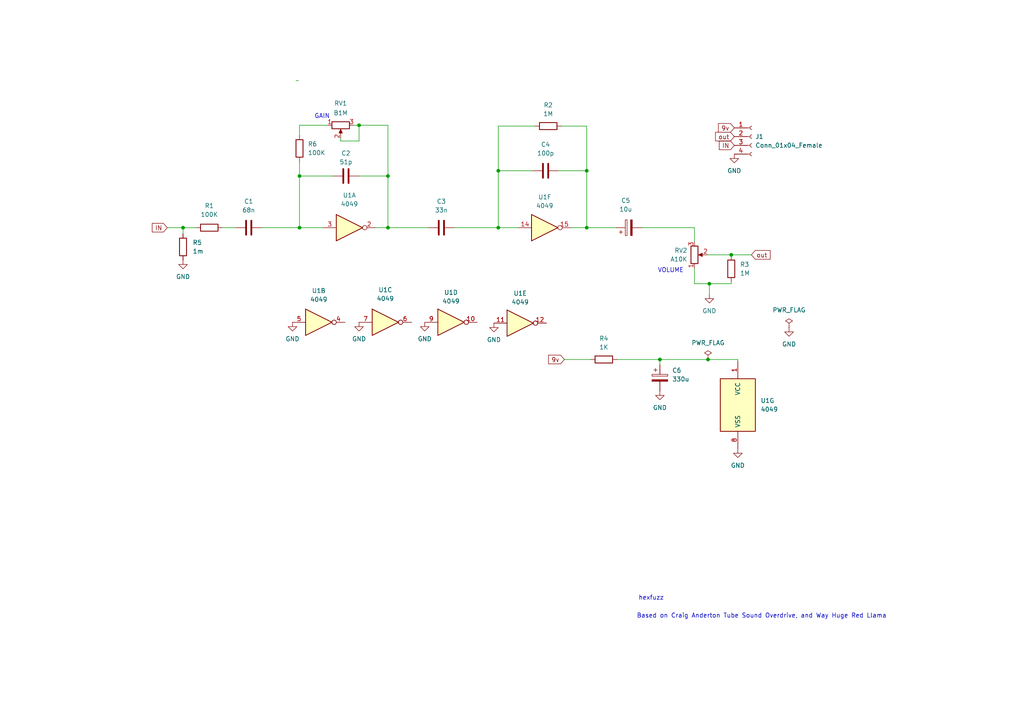
<source format=kicad_sch>
(kicad_sch (version 20230121) (generator eeschema)
  (paper "A4")
  (lib_symbols
    (symbol "4xxx:4049" (pin_names (offset 1.016))
      (property "Reference" "U" (at 0 1.27 0))
      (property "Value" "4049" (at 0 -1.27 0))
      (symbol "4049_1_0"
        (polyline (pts (xy -3.81 3.81) (xy -3.81 -3.81) (xy 3.81 0) (xy -3.81 3.81)) (stroke (width 0.254)) (fill (type background)))
        (pin output inverted (at 7.62 0 180) (length 3.81) (name "~") (number "2"))
        (pin input line (at -7.62 0 0) (length 3.81) (name "~") (number "3"))
      )
      (symbol "4049_2_0"
        (polyline (pts (xy -3.81 3.81) (xy -3.81 -3.81) (xy 3.81 0) (xy -3.81 3.81)) (stroke (width 0.254)) (fill (type background)))
        (pin output inverted (at 7.62 0 180) (length 3.81) (name "~") (number "4"))
        (pin input line (at -7.62 0 0) (length 3.81) (name "~") (number "5"))
      )
      (symbol "4049_3_0"
        (polyline (pts (xy -3.81 3.81) (xy -3.81 -3.81) (xy 3.81 0) (xy -3.81 3.81)) (stroke (width 0.254)) (fill (type background)))
        (pin output inverted (at 7.62 0 180) (length 3.81) (name "~") (number "6"))
        (pin input line (at -7.62 0 0) (length 3.81) (name "~") (number "7"))
      )
      (symbol "4049_4_0"
        (polyline (pts (xy -3.81 3.81) (xy -3.81 -3.81) (xy 3.81 0) (xy -3.81 3.81)) (stroke (width 0.254)) (fill (type background)))
        (pin output inverted (at 7.62 0 180) (length 3.81) (name "~") (number "10"))
        (pin input line (at -7.62 0 0) (length 3.81) (name "~") (number "9"))
      )
      (symbol "4049_5_0"
        (polyline (pts (xy -3.81 3.81) (xy -3.81 -3.81) (xy 3.81 0) (xy -3.81 3.81)) (stroke (width 0.254)) (fill (type background)))
        (pin input line (at -7.62 0 0) (length 3.81) (name "~") (number "11"))
        (pin output inverted (at 7.62 0 180) (length 3.81) (name "~") (number "12"))
      )
      (symbol "4049_6_0"
        (polyline (pts (xy -3.81 3.81) (xy -3.81 -3.81) (xy 3.81 0) (xy -3.81 3.81)) (stroke (width 0.254)) (fill (type background)))
        (pin input line (at -7.62 0 0) (length 3.81) (name "~") (number "14"))
        (pin output inverted (at 7.62 0 180) (length 3.81) (name "~") (number "15"))
      )
      (symbol "4049_7_0"
        (pin power_in line (at 0 12.7 270) (length 5.08) (name "VCC") (number "1"))
        (pin power_in line (at 0 -12.7 90) (length 5.08) (name "VSS") (number "8"))
      )
      (symbol "4049_7_1"
        (rectangle (start -5.08 7.62) (end 5.08 -7.62) (stroke (width 0.254)) (fill (type background)))
      )
    )
    (symbol "Connector:Conn_01x04_Female" (pin_names (offset 1.016) hide)
      (property "Reference" "J" (at 0 5.08 0))
      (property "Value" "Conn_01x04_Female" (at 0 -7.62 0))
      (symbol "Conn_01x04_Female_1_1"
        (arc (start 0 -4.572) (mid -0.5058 -5.08) (end 0 -5.588) (stroke (width 0.1524)))
        (arc (start 0 -2.032) (mid -0.5058 -2.54) (end 0 -3.048) (stroke (width 0.1524)))
        (polyline (pts (xy -1.27 -5.08) (xy -0.508 -5.08)) (stroke (width 0.1524)))
        (polyline (pts (xy -1.27 -2.54) (xy -0.508 -2.54)) (stroke (width 0.1524)))
        (polyline (pts (xy -1.27 0) (xy -0.508 0)) (stroke (width 0.1524)))
        (polyline (pts (xy -1.27 2.54) (xy -0.508 2.54)) (stroke (width 0.1524)))
        (arc (start 0 0.508) (mid -0.5058 0) (end 0 -0.508) (stroke (width 0.1524)))
        (arc (start 0 3.048) (mid -0.5058 2.54) (end 0 2.032) (stroke (width 0.1524)))
        (pin passive line (at -5.08 2.54 0) (length 3.81) (name "Pin_1") (number "1"))
        (pin passive line (at -5.08 0 0) (length 3.81) (name "Pin_2") (number "2"))
        (pin passive line (at -5.08 -2.54 0) (length 3.81) (name "Pin_3") (number "3"))
        (pin passive line (at -5.08 -5.08 0) (length 3.81) (name "Pin_4") (number "4"))
      )
    )
    (symbol "Device:C" (pin_numbers hide) (pin_names (offset 0.254))
      (property "Reference" "C" (at 0.635 2.54 0))
      (property "Value" "C" (at 0.635 -2.54 0))
      (symbol "C_0_1"
        (polyline (pts (xy -2.032 -0.762) (xy 2.032 -0.762)) (stroke (width 0.508)))
        (polyline (pts (xy -2.032 0.762) (xy 2.032 0.762)) (stroke (width 0.508)))
      )
      (symbol "C_1_1"
        (pin passive line (at 0 3.81 270) (length 2.794) (name "~") (number "1"))
        (pin passive line (at 0 -3.81 90) (length 2.794) (name "~") (number "2"))
      )
    )
    (symbol "Device:C_Polarized" (pin_numbers hide) (pin_names (offset 0.254))
      (property "Reference" "C" (at 0.635 2.54 0))
      (property "Value" "C_Polarized" (at 0.635 -2.54 0))
      (symbol "C_Polarized_0_1"
        (rectangle (start -2.286 0.508) (end 2.286 1.016))
        (polyline (pts (xy -1.778 2.286) (xy -0.762 2.286)))
        (polyline (pts (xy -1.27 2.794) (xy -1.27 1.778)))
        (rectangle (start 2.286 -0.508) (end -2.286 -1.016) (fill (type outline)))
      )
      (symbol "C_Polarized_1_1"
        (pin passive line (at 0 3.81 270) (length 2.794) (name "~") (number "1"))
        (pin passive line (at 0 -3.81 90) (length 2.794) (name "~") (number "2"))
      )
    )
    (symbol "Device:R" (pin_numbers hide) (pin_names (offset 0))
      (property "Reference" "R" (at 2.032 0 90))
      (property "Value" "R" (at 0 0 90))
      (symbol "R_0_1"
        (rectangle (start -1.016 -2.54) (end 1.016 2.54) (stroke (width 0.254)))
      )
      (symbol "R_1_1"
        (pin passive line (at 0 3.81 270) (length 1.27) (name "~") (number "1"))
        (pin passive line (at 0 -3.81 90) (length 1.27) (name "~") (number "2"))
      )
    )
    (symbol "Device:R_Potentiometer" (pin_names (offset 1.016) hide)
      (property "Reference" "RV" (at -4.445 0 90))
      (property "Value" "R_Potentiometer" (at -2.54 0 90))
      (symbol "R_Potentiometer_0_1"
        (polyline (pts (xy 2.54 0) (xy 1.524 0)))
        (polyline (pts (xy 1.143 0) (xy 2.286 0.508) (xy 2.286 -0.508) (xy 1.143 0)) (fill (type outline)))
        (rectangle (start 1.016 2.54) (end -1.016 -2.54) (stroke (width 0.254)))
      )
      (symbol "R_Potentiometer_1_1"
        (pin passive line (at 0 3.81 270) (length 1.27) (name "1") (number "1"))
        (pin passive line (at 3.81 0 180) (length 1.27) (name "2") (number "2"))
        (pin passive line (at 0 -3.81 90) (length 1.27) (name "3") (number "3"))
      )
    )
    (symbol "power:GND" (power) (pin_names (offset 0))
      (property "Value" "GND" (at 0 -3.81 0))
      (symbol "GND_0_1"
        (polyline (pts (xy 0 0) (xy 0 -1.27) (xy 1.27 -1.27) (xy 0 -2.54) (xy -1.27 -1.27) (xy 0 -1.27)))
      )
      (symbol "GND_1_1"
        (pin power_in line (at 0 0 270) (length 0) hide (name "GND") (number "1"))
      )
    )
    (symbol "power:PWR_FLAG" (power) (pin_numbers hide) (pin_names (offset 0) hide)
      (property "Value" "PWR_FLAG" (at 0 3.81 0))
      (symbol "PWR_FLAG_0_0"
        (pin power_out line (at 0 0 90) (length 0) (name "pwr") (number "1"))
      )
      (symbol "PWR_FLAG_0_1"
        (polyline (pts (xy 0 0) (xy 0 1.27) (xy -1.016 1.905) (xy 0 2.54) (xy 1.016 1.905) (xy 0 1.27)))
      )
    )
  )
  (junction (at 170.18 66.04))
  (junction (at 191.389 104.267))
  (junction (at 205.74 82.296))
  (junction (at 112.522 66.04))
  (junction (at 170.18 49.53))
  (junction (at 212.09 73.914))
  (junction (at 53.086 66.04))
  (junction (at 144.526 49.53))
  (junction (at 86.868 66.04))
  (junction (at 104.14 36.322))
  (junction (at 86.868 51.054))
  (junction (at 205.359 104.267))
  (junction (at 112.522 51.054))
  (junction (at 144.526 66.04))
  (wire (pts (xy 112.522 66.04) (xy 124.206 66.04)))
  (wire (pts (xy 205.232 73.914) (xy 212.09 73.914)))
  (wire (pts (xy 170.18 36.576) (xy 162.814 36.576)))
  (wire (pts (xy 131.826 66.04) (xy 144.526 66.04)))
  (wire (pts (xy 170.18 66.04) (xy 178.562 66.04)))
  (wire (pts (xy 96.52 51.054) (xy 86.868 51.054)))
  (wire (pts (xy 86.868 51.054) (xy 86.868 46.863)))
  (wire (pts (xy 212.09 82.296) (xy 205.74 82.296)))
  (wire (pts (xy 191.389 104.267) (xy 191.389 105.791)))
  (wire (pts (xy 85.852 23.368) (xy 86.614 23.368)))
  (wire (pts (xy 170.18 49.53) (xy 162.052 49.53)))
  (wire (pts (xy 64.516 66.04) (xy 68.326 66.04)))
  (wire (pts (xy 48.514 66.04) (xy 53.086 66.04)))
  (wire (pts (xy 170.18 49.53) (xy 170.18 36.576)))
  (wire (pts (xy 102.616 36.322) (xy 104.14 36.322)))
  (wire (pts (xy 86.868 66.04) (xy 93.726 66.04)))
  (wire (pts (xy 191.389 104.267) (xy 205.359 104.267)))
  (wire (pts (xy 112.522 66.04) (xy 112.522 51.054)))
  (wire (pts (xy 112.522 51.054) (xy 104.14 51.054)))
  (wire (pts (xy 205.74 82.296) (xy 205.74 85.344)))
  (wire (pts (xy 163.703 104.267) (xy 171.323 104.267)))
  (wire (pts (xy 201.422 82.296) (xy 205.74 82.296)))
  (wire (pts (xy 75.946 66.04) (xy 86.868 66.04)))
  (wire (pts (xy 144.526 49.53) (xy 144.526 66.04)))
  (wire (pts (xy 170.18 66.04) (xy 170.18 49.53)))
  (wire (pts (xy 201.422 70.104) (xy 201.422 66.04)))
  (wire (pts (xy 53.086 66.04) (xy 53.086 67.818)))
  (wire (pts (xy 104.14 40.894) (xy 98.806 40.894)))
  (wire (pts (xy 144.526 66.04) (xy 150.368 66.04)))
  (wire (pts (xy 212.09 73.914) (xy 217.932 73.914)))
  (wire (pts (xy 154.432 49.53) (xy 144.526 49.53)))
  (wire (pts (xy 104.14 40.894) (xy 104.14 36.322)))
  (wire (pts (xy 86.868 36.322) (xy 94.996 36.322)))
  (wire (pts (xy 108.966 66.04) (xy 112.522 66.04)))
  (wire (pts (xy 86.868 51.054) (xy 86.868 66.04)))
  (wire (pts (xy 212.09 74.168) (xy 212.09 73.914)))
  (wire (pts (xy 155.194 36.576) (xy 144.526 36.576)))
  (wire (pts (xy 144.526 36.576) (xy 144.526 49.53)))
  (wire (pts (xy 53.086 66.04) (xy 56.896 66.04)))
  (wire (pts (xy 165.608 66.04) (xy 170.18 66.04)))
  (wire (pts (xy 98.806 40.132) (xy 98.806 40.894)))
  (wire (pts (xy 104.14 36.322) (xy 112.522 36.322)))
  (wire (pts (xy 213.995 104.267) (xy 213.995 104.775)))
  (wire (pts (xy 212.09 81.788) (xy 212.09 82.296)))
  (wire (pts (xy 201.422 66.04) (xy 186.182 66.04)))
  (wire (pts (xy 86.868 39.243) (xy 86.868 36.322)))
  (wire (pts (xy 178.943 104.267) (xy 191.389 104.267)))
  (wire (pts (xy 205.359 104.267) (xy 213.995 104.267)))
  (wire (pts (xy 112.522 36.322) (xy 112.522 51.054)))
  (wire (pts (xy 201.422 77.724) (xy 201.422 82.296)))
  (text "GAIN" (at 91.186 34.544 0) (effects (font (size 1.27 1.27)) (justify left bottom)))
  (text "Based on Craig Anderton Tube Sound Overdrive, and Way Huge Red Llama\n" (at 184.658 179.451 0) (effects (font (size 1.27 1.27)) (justify left bottom)))
  (text "hexfuzz\n" (at 185.166 174.244 0) (effects (font (size 1.27 1.27)) (justify left bottom)))
  (text "VOLUME" (at 190.754 79.248 0) (effects (font (size 1.27 1.27)) (justify left bottom)))
  (global_label "out" (shape input) (at 217.932 73.914 0) (property "Intersheetrefs" "${INTERSHEET_REFS}" (effects hide)))
  (global_label "9v" (shape input) (at 163.703 104.267 180) (property "Intersheetrefs" "${INTERSHEET_REFS}" (effects hide)))
  (global_label "IN" (shape input) (at 48.514 66.04 180) (property "Intersheetrefs" "${INTERSHEET_REFS}" (effects hide)))
  (global_label "out" (shape input) (at 212.979 39.624 180) (property "Intersheetrefs" "${INTERSHEET_REFS}" (effects hide)))
  (global_label "IN" (shape input) (at 212.979 42.164 180) (property "Intersheetrefs" "${INTERSHEET_REFS}" (effects hide)))
  (global_label "9v" (shape input) (at 212.979 37.084 180) (property "Intersheetrefs" "${INTERSHEET_REFS}" (effects hide)))
  (symbol (lib_id "Device:R") (at 212.09 77.978 180) (unit 1)
    (property "Reference" "R3" (at 214.63 76.7079 0) (effects (justify right)))
    (property "Value" "1M" (at 214.63 79.2479 0) (effects (justify right)))
    (property "Footprint" "Resistor_THT:R_Axial_DIN0207_L6.3mm_D2.5mm_P7.62mm_Horizontal" (effects hide))
  )
  (symbol (lib_id "4xxx:4049") (at 213.995 117.475 0) (unit 7)
    (property "Reference" "U1" (at 220.599 116.2049 0) (effects (justify left)))
    (property "Value" "4049" (at 220.599 118.7449 0) (effects (justify left)))
    (property "Footprint" "Package_DIP:DIP-16_W7.62mm" (effects hide))
    (property "Datasheet" "http://www.intersil.com/content/dam/intersil/documents/cd40/cd4049ubms.pdf" (effects hide))
  )
  (symbol (lib_id "Device:R") (at 159.004 36.576 90) (unit 1)
    (property "Reference" "R2" (at 159.004 30.48 90))
    (property "Value" "1M" (at 159.004 33.02 90))
    (property "Footprint" "Resistor_THT:R_Axial_DIN0207_L6.3mm_D2.5mm_P7.62mm_Horizontal" (effects hide))
  )
  (symbol (lib_id "Device:R") (at 86.868 43.053 180) (unit 1)
    (property "Reference" "R6" (at 89.281 41.783 0) (effects (justify right)))
    (property "Value" "100K" (at 89.281 44.323 0) (effects (justify right)))
    (property "Footprint" "Resistor_THT:R_Axial_DIN0207_L6.3mm_D2.5mm_P7.62mm_Horizontal" (effects hide))
  )
  (symbol (lib_id "power:GND") (at 104.14 93.472 0) (unit 1)
    (property "Reference" "#PWR0108" (effects hide))
    (property "Value" "GND" (at 104.14 98.298 0))
  )
  (symbol (lib_id "power:GND") (at 228.854 94.996 0) (unit 1)
    (property "Reference" "#PWR0103" (effects hide))
    (property "Value" "GND" (at 228.854 99.822 0))
  )
  (symbol (lib_id "power:GND") (at 205.74 85.344 0) (unit 1)
    (property "Reference" "#PWR0101" (effects hide))
    (property "Value" "GND" (at 205.74 90.17 0))
  )
  (symbol (lib_id "Device:R") (at 53.086 71.628 180) (unit 1)
    (property "Reference" "R5" (at 55.88 70.358 0) (effects (justify right)))
    (property "Value" "1m" (at 55.88 72.898 0) (effects (justify right)))
    (property "Footprint" "Resistor_THT:R_Axial_DIN0207_L6.3mm_D2.5mm_P7.62mm_Horizontal" (effects hide))
  )
  (symbol (lib_id "4xxx:4049") (at 157.988 66.04 0) (unit 6)
    (property "Reference" "U1" (at 157.988 57.15 0))
    (property "Value" "4049" (at 157.988 59.69 0))
    (property "Footprint" "Package_DIP:DIP-16_W7.62mm" (effects hide))
    (property "Datasheet" "http://www.intersil.com/content/dam/intersil/documents/cd40/cd4049ubms.pdf" (effects hide))
  )
  (symbol (lib_id "Device:R") (at 175.133 104.267 90) (unit 1)
    (property "Reference" "R4" (at 175.133 98.171 90))
    (property "Value" "1K" (at 175.133 100.711 90))
    (property "Footprint" "Resistor_THT:R_Axial_DIN0207_L6.3mm_D2.5mm_P7.62mm_Horizontal" (effects hide))
  )
  (symbol (lib_id "power:PWR_FLAG") (at 205.359 104.267 0) (unit 1)
    (property "Reference" "#FLG0102" (effects hide))
    (property "Value" "PWR_FLAG" (at 205.359 99.441 0))
  )
  (symbol (lib_id "power:GND") (at 143.256 93.726 0) (unit 1)
    (property "Reference" "#PWR0106" (effects hide))
    (property "Value" "GND" (at 143.256 98.552 0))
  )
  (symbol (lib_id "power:GND") (at 213.995 130.175 0) (unit 1)
    (property "Reference" "#PWR0102" (effects hide))
    (property "Value" "GND" (at 213.995 135.001 0))
  )
  (symbol (lib_id "Device:C") (at 128.016 66.04 90) (unit 1)
    (property "Reference" "C3" (at 128.016 58.42 90))
    (property "Value" "33n" (at 128.016 60.96 90))
    (property "Footprint" "Capacitor_THT:C_Rect_L7.0mm_W2.5mm_P5.00mm" (effects hide))
  )
  (symbol (lib_id "4xxx:4049") (at 101.346 66.04 0) (unit 1)
    (property "Reference" "U1" (at 101.346 56.642 0))
    (property "Value" "4049" (at 101.346 59.182 0))
    (property "Footprint" "Package_DIP:DIP-16_W7.62mm" (effects hide))
    (property "Datasheet" "http://www.intersil.com/content/dam/intersil/documents/cd40/cd4049ubms.pdf" (effects hide))
  )
  (symbol (lib_id "power:GND") (at 123.19 93.472 0) (unit 1)
    (property "Reference" "#PWR0107" (effects hide))
    (property "Value" "GND" (at 123.19 98.298 0))
  )
  (symbol (lib_id "4xxx:4049") (at 150.876 93.726 0) (unit 5)
    (property "Reference" "U1" (at 150.876 85.09 0))
    (property "Value" "4049" (at 150.876 87.63 0))
    (property "Footprint" "Package_DIP:DIP-16_W7.62mm" (effects hide))
    (property "Datasheet" "http://www.intersil.com/content/dam/intersil/documents/cd40/cd4049ubms.pdf" (effects hide))
  )
  (symbol (lib_id "Device:C") (at 72.136 66.04 90) (unit 1)
    (property "Reference" "C1" (at 72.136 58.42 90))
    (property "Value" "68n" (at 72.136 60.96 90))
    (property "Footprint" "Capacitor_THT:C_Rect_L7.0mm_W2.5mm_P5.00mm" (effects hide))
  )
  (symbol (lib_id "Device:R_Potentiometer") (at 98.806 36.322 90) (mirror x) (unit 1)
    (property "Reference" "RV1" (at 98.806 29.972 90))
    (property "Value" "B1M" (at 98.806 32.766 90))
    (property "Footprint" "pedals:Pot_Underside" (effects hide))
  )
  (symbol (lib_id "power:GND") (at 53.086 75.438 0) (unit 1)
    (property "Reference" "#PWR01" (effects hide))
    (property "Value" "GND" (at 53.086 80.264 0))
  )
  (symbol (lib_id "Device:C") (at 158.242 49.53 90) (unit 1)
    (property "Reference" "C4" (at 158.242 41.91 90))
    (property "Value" "100p" (at 158.242 44.45 90))
    (property "Footprint" "Capacitor_THT:C_Disc_D3.8mm_W2.6mm_P2.50mm" (effects hide))
  )
  (symbol (lib_id "4xxx:4049") (at 111.76 93.472 0) (unit 3)
    (property "Reference" "U1" (at 111.76 84.074 0))
    (property "Value" "4049" (at 111.76 86.614 0))
    (property "Footprint" "Package_DIP:DIP-16_W7.62mm" (effects hide))
    (property "Datasheet" "http://www.intersil.com/content/dam/intersil/documents/cd40/cd4049ubms.pdf" (effects hide))
  )
  (symbol (lib_id "power:GND") (at 212.979 44.704 0) (unit 1)
    (property "Reference" "#PWR0105" (effects hide))
    (property "Value" "GND" (at 212.979 49.53 0))
  )
  (symbol (lib_id "Device:C") (at 100.33 51.054 90) (unit 1)
    (property "Reference" "C2" (at 100.33 44.45 90))
    (property "Value" "51p" (at 100.33 46.99 90))
    (property "Footprint" "Capacitor_THT:C_Disc_D3.8mm_W2.6mm_P2.50mm" (effects hide))
  )
  (symbol (lib_id "Connector:Conn_01x04_Female") (at 218.059 39.624 0) (unit 1)
    (property "Reference" "J1" (at 219.075 39.6239 0) (effects (justify left)))
    (property "Value" "Conn_01x04_Female" (at 219.075 42.1639 0) (effects (justify left)))
    (property "Footprint" "Connector_PinHeader_2.54mm:PinHeader_1x04_P2.54mm_Vertical" (effects hide))
  )
  (symbol (lib_id "power:PWR_FLAG") (at 228.854 94.996 0) (unit 1)
    (property "Reference" "#FLG0101" (effects hide))
    (property "Value" "PWR_FLAG" (at 228.854 89.916 0))
  )
  (symbol (lib_id "power:GND") (at 84.836 93.472 0) (unit 1)
    (property "Reference" "#PWR0109" (effects hide))
    (property "Value" "GND" (at 84.836 98.298 0))
  )
  (symbol (lib_id "4xxx:4049") (at 130.81 93.472 0) (unit 4)
    (property "Reference" "U1" (at 130.81 84.836 0))
    (property "Value" "4049" (at 130.81 87.376 0))
    (property "Footprint" "Package_DIP:DIP-16_W7.62mm" (effects hide))
    (property "Datasheet" "http://www.intersil.com/content/dam/intersil/documents/cd40/cd4049ubms.pdf" (effects hide))
  )
  (symbol (lib_id "power:GND") (at 191.389 113.411 0) (unit 1)
    (property "Reference" "#PWR0104" (effects hide))
    (property "Value" "GND" (at 191.389 118.237 0))
  )
  (symbol (lib_id "Device:R_Potentiometer") (at 201.422 73.914 0) (mirror x) (unit 1)
    (property "Reference" "RV2" (at 199.39 72.644 0) (effects (justify right)))
    (property "Value" "A10K" (at 199.39 75.184 0) (effects (justify right)))
    (property "Footprint" "pedals:Pot_Underside" (effects hide))
  )
  (symbol (lib_id "Device:R") (at 60.706 66.04 90) (unit 1)
    (property "Reference" "R1" (at 60.706 59.69 90))
    (property "Value" "100K" (at 60.706 62.23 90))
    (property "Footprint" "Resistor_THT:R_Axial_DIN0207_L6.3mm_D2.5mm_P7.62mm_Horizontal" (effects hide))
  )
  (symbol (lib_id "Device:C_Polarized") (at 191.389 109.601 0) (unit 1)
    (property "Reference" "C6" (at 194.945 107.4419 0) (effects (justify left)))
    (property "Value" "330u" (at 194.945 109.9819 0) (effects (justify left)))
    (property "Footprint" "Capacitor_THT:CP_Radial_D7.5mm_P2.50mm" (effects hide))
  )
  (symbol (lib_id "4xxx:4049") (at 92.456 93.472 0) (unit 2)
    (property "Reference" "U1" (at 92.456 84.328 0))
    (property "Value" "4049" (at 92.456 86.868 0))
    (property "Footprint" "Package_DIP:DIP-16_W7.62mm" (effects hide))
    (property "Datasheet" "http://www.intersil.com/content/dam/intersil/documents/cd40/cd4049ubms.pdf" (effects hide))
  )
  (symbol (lib_id "Device:C_Polarized") (at 182.372 66.04 90) (unit 1)
    (property "Reference" "C5" (at 181.483 58.166 90))
    (property "Value" "10u" (at 181.483 60.706 90))
    (property "Footprint" "Capacitor_THT:CP_Radial_D5.0mm_P2.00mm" (effects hide))
  )
)
</source>
